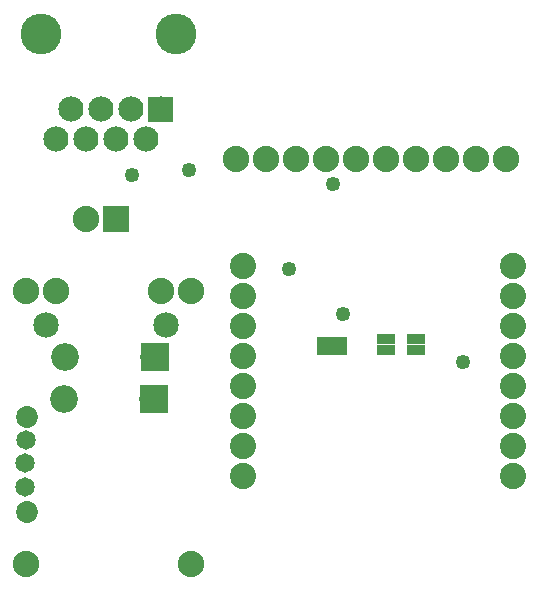
<source format=gbs>
G04 MADE WITH FRITZING*
G04 WWW.FRITZING.ORG*
G04 DOUBLE SIDED*
G04 HOLES PLATED*
G04 CONTOUR ON CENTER OF CONTOUR VECTOR*
%ASAXBY*%
%FSLAX23Y23*%
%MOIN*%
%OFA0B0*%
%SFA1.0B1.0*%
%ADD10C,0.049370*%
%ADD11C,0.072992*%
%ADD12C,0.065118*%
%ADD13C,0.084000*%
%ADD14C,0.135984*%
%ADD15C,0.088000*%
%ADD16C,0.087778*%
%ADD17C,0.085000*%
%ADD18C,0.092000*%
%ADD19R,0.035000X0.060000*%
%ADD20R,0.060000X0.035000*%
%ADD21R,0.092000X0.092000*%
%ADD22R,0.088000X0.088000*%
%ADD23R,0.001000X0.001000*%
%LNMASK0*%
G90*
G70*
G54D10*
X1144Y904D03*
X1112Y1337D03*
X1544Y744D03*
X440Y1369D03*
X632Y1385D03*
G54D11*
X91Y245D03*
X91Y561D03*
G54D12*
X86Y329D03*
X86Y407D03*
X87Y486D03*
G54D13*
X187Y1487D03*
X237Y1587D03*
X287Y1487D03*
X387Y1487D03*
X487Y1487D03*
X337Y1587D03*
X437Y1587D03*
X537Y1587D03*
G54D14*
X587Y1837D03*
X137Y1837D03*
G54D15*
X1488Y1421D03*
X1388Y1421D03*
X1288Y1421D03*
X1187Y1421D03*
X1088Y1421D03*
X988Y1421D03*
X888Y1421D03*
X788Y1421D03*
X1687Y1421D03*
X1587Y1421D03*
X88Y72D03*
X639Y72D03*
X88Y981D03*
X188Y981D03*
X539Y981D03*
X639Y981D03*
G54D16*
X811Y1063D03*
X811Y963D03*
X811Y863D03*
X811Y763D03*
X811Y663D03*
X811Y563D03*
X811Y463D03*
X811Y363D03*
X1711Y363D03*
X1711Y463D03*
X1711Y563D03*
X1711Y663D03*
X1711Y763D03*
X1711Y863D03*
X1711Y963D03*
X1711Y1063D03*
G54D17*
X153Y868D03*
X553Y868D03*
X153Y868D03*
X553Y868D03*
G54D18*
X516Y760D03*
X218Y760D03*
X516Y760D03*
X218Y760D03*
X512Y621D03*
X214Y621D03*
X512Y621D03*
X214Y621D03*
G54D15*
X388Y1221D03*
X288Y1221D03*
G54D10*
X963Y1056D03*
G54D19*
X1076Y798D03*
X1108Y798D03*
X1140Y798D03*
G54D20*
X1388Y785D03*
X1388Y821D03*
X1288Y785D03*
X1288Y821D03*
G54D21*
X517Y760D03*
X517Y760D03*
X513Y621D03*
X513Y621D03*
G54D22*
X388Y1221D03*
G54D23*
X496Y1628D02*
X579Y1628D01*
X496Y1627D02*
X579Y1627D01*
X496Y1626D02*
X579Y1626D01*
X496Y1625D02*
X579Y1625D01*
X496Y1624D02*
X579Y1624D01*
X496Y1623D02*
X579Y1623D01*
X496Y1622D02*
X579Y1622D01*
X496Y1621D02*
X579Y1621D01*
X496Y1620D02*
X579Y1620D01*
X496Y1619D02*
X579Y1619D01*
X496Y1618D02*
X579Y1618D01*
X496Y1617D02*
X579Y1617D01*
X496Y1616D02*
X579Y1616D01*
X496Y1615D02*
X579Y1615D01*
X496Y1614D02*
X579Y1614D01*
X496Y1613D02*
X579Y1613D01*
X496Y1612D02*
X579Y1612D01*
X496Y1611D02*
X579Y1611D01*
X496Y1610D02*
X579Y1610D01*
X496Y1609D02*
X579Y1609D01*
X496Y1608D02*
X579Y1608D01*
X496Y1607D02*
X579Y1607D01*
X496Y1606D02*
X579Y1606D01*
X496Y1605D02*
X579Y1605D01*
X496Y1604D02*
X579Y1604D01*
X496Y1603D02*
X579Y1603D01*
X496Y1602D02*
X579Y1602D01*
X496Y1601D02*
X533Y1601D01*
X542Y1601D02*
X579Y1601D01*
X496Y1600D02*
X530Y1600D01*
X544Y1600D02*
X579Y1600D01*
X496Y1599D02*
X528Y1599D01*
X546Y1599D02*
X579Y1599D01*
X496Y1598D02*
X527Y1598D01*
X547Y1598D02*
X579Y1598D01*
X496Y1597D02*
X526Y1597D01*
X548Y1597D02*
X579Y1597D01*
X496Y1596D02*
X525Y1596D01*
X549Y1596D02*
X579Y1596D01*
X496Y1595D02*
X524Y1595D01*
X550Y1595D02*
X579Y1595D01*
X496Y1594D02*
X524Y1594D01*
X551Y1594D02*
X579Y1594D01*
X496Y1593D02*
X523Y1593D01*
X551Y1593D02*
X579Y1593D01*
X496Y1592D02*
X523Y1592D01*
X552Y1592D02*
X579Y1592D01*
X496Y1591D02*
X523Y1591D01*
X552Y1591D02*
X579Y1591D01*
X496Y1590D02*
X522Y1590D01*
X552Y1590D02*
X579Y1590D01*
X496Y1589D02*
X522Y1589D01*
X552Y1589D02*
X579Y1589D01*
X496Y1588D02*
X522Y1588D01*
X552Y1588D02*
X579Y1588D01*
X496Y1587D02*
X522Y1587D01*
X552Y1587D02*
X579Y1587D01*
X496Y1586D02*
X522Y1586D01*
X552Y1586D02*
X579Y1586D01*
X496Y1585D02*
X522Y1585D01*
X552Y1585D02*
X579Y1585D01*
X496Y1584D02*
X522Y1584D01*
X552Y1584D02*
X579Y1584D01*
X496Y1583D02*
X523Y1583D01*
X552Y1583D02*
X579Y1583D01*
X496Y1582D02*
X523Y1582D01*
X552Y1582D02*
X579Y1582D01*
X496Y1581D02*
X523Y1581D01*
X551Y1581D02*
X579Y1581D01*
X496Y1580D02*
X524Y1580D01*
X551Y1580D02*
X579Y1580D01*
X496Y1579D02*
X524Y1579D01*
X550Y1579D02*
X579Y1579D01*
X496Y1578D02*
X525Y1578D01*
X549Y1578D02*
X579Y1578D01*
X496Y1577D02*
X526Y1577D01*
X548Y1577D02*
X579Y1577D01*
X496Y1576D02*
X527Y1576D01*
X547Y1576D02*
X579Y1576D01*
X496Y1575D02*
X528Y1575D01*
X546Y1575D02*
X579Y1575D01*
X496Y1574D02*
X530Y1574D01*
X545Y1574D02*
X579Y1574D01*
X496Y1573D02*
X532Y1573D01*
X542Y1573D02*
X579Y1573D01*
X496Y1572D02*
X579Y1572D01*
X496Y1571D02*
X579Y1571D01*
X496Y1570D02*
X579Y1570D01*
X496Y1569D02*
X579Y1569D01*
X496Y1568D02*
X579Y1568D01*
X496Y1567D02*
X579Y1567D01*
X496Y1566D02*
X579Y1566D01*
X496Y1565D02*
X579Y1565D01*
X496Y1564D02*
X579Y1564D01*
X496Y1563D02*
X579Y1563D01*
X496Y1562D02*
X579Y1562D01*
X496Y1561D02*
X579Y1561D01*
X496Y1560D02*
X579Y1560D01*
X496Y1559D02*
X579Y1559D01*
X496Y1558D02*
X579Y1558D01*
X496Y1557D02*
X579Y1557D01*
X496Y1556D02*
X579Y1556D01*
X496Y1555D02*
X579Y1555D01*
X496Y1554D02*
X579Y1554D01*
X496Y1553D02*
X579Y1553D01*
X496Y1552D02*
X579Y1552D01*
X496Y1551D02*
X579Y1551D01*
X496Y1550D02*
X579Y1550D01*
X496Y1549D02*
X579Y1549D01*
X496Y1548D02*
X579Y1548D01*
X496Y1547D02*
X579Y1547D01*
X496Y1546D02*
X579Y1546D01*
X496Y1545D02*
X578Y1545D01*
D02*
G04 End of Mask0*
M02*
</source>
